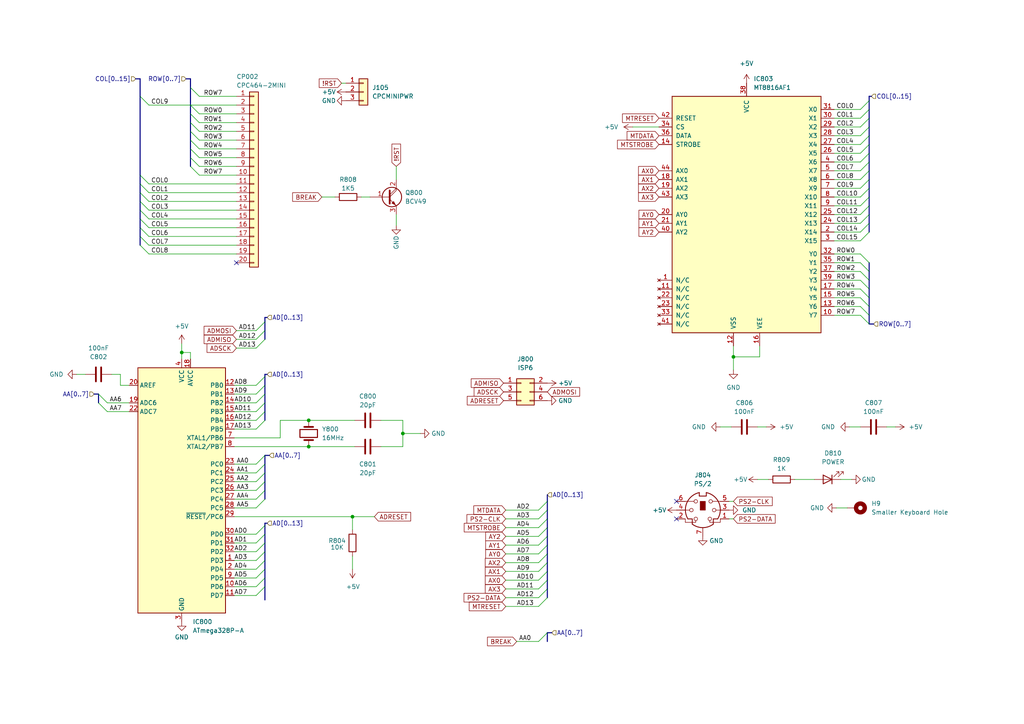
<source format=kicad_sch>
(kicad_sch (version 20211123) (generator eeschema)
  (paper "A4")
  (lib_symbols
    (symbol "Connector_Generic:Conn_01x03" (pin_names (offset 1.016) hide)
      (property "Reference" "J" (at 0 5.08 0))
      (property "Value" "Conn_01x03" (at 0 -5.08 0))
      (symbol "Conn_01x03_1_1"
        (rectangle (start -1.27 -2.413) (end 0 -2.667) (stroke (width 0.1524)))
        (rectangle (start -1.27 0.127) (end 0 -0.127) (stroke (width 0.1524)))
        (rectangle (start -1.27 2.667) (end 0 2.413) (stroke (width 0.1524)))
        (rectangle (start -1.27 3.81) (end 1.27 -3.81) (stroke (width 0.254)) (fill (type background)))
        (pin passive line (at -5.08 2.54 0) (length 3.81) (name "Pin_1") (number "1"))
        (pin passive line (at -5.08 0 0) (length 3.81) (name "Pin_2") (number "2"))
        (pin passive line (at -5.08 -2.54 0) (length 3.81) (name "Pin_3") (number "3"))
      )
    )
    (symbol "Connector_Generic:Conn_01x20" (pin_names (offset 1.016) hide)
      (property "Reference" "J" (at 0 25.4 0))
      (property "Value" "Conn_01x20" (at 0 -27.94 0))
      (symbol "Conn_01x20_1_1"
        (rectangle (start -1.27 -25.273) (end 0 -25.527) (stroke (width 0.1524)))
        (rectangle (start -1.27 -22.733) (end 0 -22.987) (stroke (width 0.1524)))
        (rectangle (start -1.27 -20.193) (end 0 -20.447) (stroke (width 0.1524)))
        (rectangle (start -1.27 -17.653) (end 0 -17.907) (stroke (width 0.1524)))
        (rectangle (start -1.27 -15.113) (end 0 -15.367) (stroke (width 0.1524)))
        (rectangle (start -1.27 -12.573) (end 0 -12.827) (stroke (width 0.1524)))
        (rectangle (start -1.27 -10.033) (end 0 -10.287) (stroke (width 0.1524)))
        (rectangle (start -1.27 -7.493) (end 0 -7.747) (stroke (width 0.1524)))
        (rectangle (start -1.27 -4.953) (end 0 -5.207) (stroke (width 0.1524)))
        (rectangle (start -1.27 -2.413) (end 0 -2.667) (stroke (width 0.1524)))
        (rectangle (start -1.27 0.127) (end 0 -0.127) (stroke (width 0.1524)))
        (rectangle (start -1.27 2.667) (end 0 2.413) (stroke (width 0.1524)))
        (rectangle (start -1.27 5.207) (end 0 4.953) (stroke (width 0.1524)))
        (rectangle (start -1.27 7.747) (end 0 7.493) (stroke (width 0.1524)))
        (rectangle (start -1.27 10.287) (end 0 10.033) (stroke (width 0.1524)))
        (rectangle (start -1.27 12.827) (end 0 12.573) (stroke (width 0.1524)))
        (rectangle (start -1.27 15.367) (end 0 15.113) (stroke (width 0.1524)))
        (rectangle (start -1.27 17.907) (end 0 17.653) (stroke (width 0.1524)))
        (rectangle (start -1.27 20.447) (end 0 20.193) (stroke (width 0.1524)))
        (rectangle (start -1.27 22.987) (end 0 22.733) (stroke (width 0.1524)))
        (rectangle (start -1.27 24.13) (end 1.27 -26.67) (stroke (width 0.254)) (fill (type background)))
        (pin passive line (at -5.08 22.86 0) (length 3.81) (name "Pin_1") (number "1"))
        (pin passive line (at -5.08 0 0) (length 3.81) (name "Pin_10") (number "10"))
        (pin passive line (at -5.08 -2.54 0) (length 3.81) (name "Pin_11") (number "11"))
        (pin passive line (at -5.08 -5.08 0) (length 3.81) (name "Pin_12") (number "12"))
        (pin passive line (at -5.08 -7.62 0) (length 3.81) (name "Pin_13") (number "13"))
        (pin passive line (at -5.08 -10.16 0) (length 3.81) (name "Pin_14") (number "14"))
        (pin passive line (at -5.08 -12.7 0) (length 3.81) (name "Pin_15") (number "15"))
        (pin passive line (at -5.08 -15.24 0) (length 3.81) (name "Pin_16") (number "16"))
        (pin passive line (at -5.08 -17.78 0) (length 3.81) (name "Pin_17") (number "17"))
        (pin passive line (at -5.08 -20.32 0) (length 3.81) (name "Pin_18") (number "18"))
        (pin passive line (at -5.08 -22.86 0) (length 3.81) (name "Pin_19") (number "19"))
        (pin passive line (at -5.08 20.32 0) (length 3.81) (name "Pin_2") (number "2"))
        (pin passive line (at -5.08 -25.4 0) (length 3.81) (name "Pin_20") (number "20"))
        (pin passive line (at -5.08 17.78 0) (length 3.81) (name "Pin_3") (number "3"))
        (pin passive line (at -5.08 15.24 0) (length 3.81) (name "Pin_4") (number "4"))
        (pin passive line (at -5.08 12.7 0) (length 3.81) (name "Pin_5") (number "5"))
        (pin passive line (at -5.08 10.16 0) (length 3.81) (name "Pin_6") (number "6"))
        (pin passive line (at -5.08 7.62 0) (length 3.81) (name "Pin_7") (number "7"))
        (pin passive line (at -5.08 5.08 0) (length 3.81) (name "Pin_8") (number "8"))
        (pin passive line (at -5.08 2.54 0) (length 3.81) (name "Pin_9") (number "9"))
      )
    )
    (symbol "Connector_Generic:Conn_02x03_Odd_Even" (pin_names (offset 1.016) hide)
      (property "Reference" "J" (at 1.27 5.08 0))
      (property "Value" "Conn_02x03_Odd_Even" (at 1.27 -5.08 0))
      (symbol "Conn_02x03_Odd_Even_1_1"
        (rectangle (start -1.27 -2.413) (end 0 -2.667) (stroke (width 0.1524)))
        (rectangle (start -1.27 0.127) (end 0 -0.127) (stroke (width 0.1524)))
        (rectangle (start -1.27 2.667) (end 0 2.413) (stroke (width 0.1524)))
        (rectangle (start -1.27 3.81) (end 3.81 -3.81) (stroke (width 0.254)) (fill (type background)))
        (rectangle (start 3.81 -2.413) (end 2.54 -2.667) (stroke (width 0.1524)))
        (rectangle (start 3.81 0.127) (end 2.54 -0.127) (stroke (width 0.1524)))
        (rectangle (start 3.81 2.667) (end 2.54 2.413) (stroke (width 0.1524)))
        (pin passive line (at -5.08 2.54 0) (length 3.81) (name "Pin_1") (number "1"))
        (pin passive line (at 7.62 2.54 180) (length 3.81) (name "Pin_2") (number "2"))
        (pin passive line (at -5.08 0 0) (length 3.81) (name "Pin_3") (number "3"))
        (pin passive line (at 7.62 0 180) (length 3.81) (name "Pin_4") (number "4"))
        (pin passive line (at -5.08 -2.54 0) (length 3.81) (name "Pin_5") (number "5"))
        (pin passive line (at 7.62 -2.54 180) (length 3.81) (name "Pin_6") (number "6"))
      )
    )
    (symbol "Device:C" (pin_numbers hide) (pin_names (offset 0.254))
      (property "Reference" "C" (at 0.635 2.54 0))
      (property "Value" "C" (at 0.635 -2.54 0))
      (symbol "C_0_1"
        (polyline (pts (xy -2.032 -0.762) (xy 2.032 -0.762)) (stroke (width 0.508)))
        (polyline (pts (xy -2.032 0.762) (xy 2.032 0.762)) (stroke (width 0.508)))
      )
      (symbol "C_1_1"
        (pin passive line (at 0 3.81 270) (length 2.794) (name "~") (number "1"))
        (pin passive line (at 0 -3.81 90) (length 2.794) (name "~") (number "2"))
      )
    )
    (symbol "Device:Crystal" (pin_numbers hide) (pin_names (offset 1.016) hide)
      (property "Reference" "Y" (at 0 3.81 0))
      (property "Value" "Crystal" (at 0 -3.81 0))
      (symbol "Crystal_0_1"
        (rectangle (start -1.143 2.54) (end 1.143 -2.54) (stroke (width 0.3048)))
        (polyline (pts (xy -2.54 0) (xy -1.905 0)))
        (polyline (pts (xy -1.905 -1.27) (xy -1.905 1.27)) (stroke (width 0.508)))
        (polyline (pts (xy 1.905 -1.27) (xy 1.905 1.27)) (stroke (width 0.508)))
        (polyline (pts (xy 2.54 0) (xy 1.905 0)))
      )
      (symbol "Crystal_1_1"
        (pin passive line (at -3.81 0 0) (length 1.27) (name "1") (number "1"))
        (pin passive line (at 3.81 0 180) (length 1.27) (name "2") (number "2"))
      )
    )
    (symbol "Device:LED" (pin_numbers hide) (pin_names (offset 1.016) hide)
      (property "Reference" "D" (at 0 2.54 0))
      (property "Value" "LED" (at 0 -2.54 0))
      (symbol "LED_0_1"
        (polyline (pts (xy -1.27 -1.27) (xy -1.27 1.27)) (stroke (width 0.254)))
        (polyline (pts (xy -1.27 0) (xy 1.27 0)))
        (polyline (pts (xy 1.27 -1.27) (xy 1.27 1.27) (xy -1.27 0) (xy 1.27 -1.27)) (stroke (width 0.254)))
        (polyline (pts (xy -3.048 -0.762) (xy -4.572 -2.286) (xy -3.81 -2.286) (xy -4.572 -2.286) (xy -4.572 -1.524)))
        (polyline (pts (xy -1.778 -0.762) (xy -3.302 -2.286) (xy -2.54 -2.286) (xy -3.302 -2.286) (xy -3.302 -1.524)))
      )
      (symbol "LED_1_1"
        (pin passive line (at -3.81 0 0) (length 2.54) (name "K") (number "1"))
        (pin passive line (at 3.81 0 180) (length 2.54) (name "A") (number "2"))
      )
    )
    (symbol "Device:R" (pin_numbers hide) (pin_names (offset 0))
      (property "Reference" "R" (at 2.032 0 90))
      (property "Value" "R" (at 0 0 90))
      (symbol "R_0_1"
        (rectangle (start -1.016 -2.54) (end 1.016 2.54) (stroke (width 0.254)))
      )
      (symbol "R_1_1"
        (pin passive line (at 0 3.81 270) (length 1.27) (name "~") (number "1"))
        (pin passive line (at 0 -3.81 90) (length 1.27) (name "~") (number "2"))
      )
    )
    (symbol "MCU_Microchip_ATmega:ATmega328P-A"
      (property "Reference" "U" (at -12.7 36.83 0))
      (property "Value" "ATmega328P-A" (at 2.54 -36.83 0))
      (symbol "ATmega328P-A_0_1"
        (rectangle (start -12.7 -35.56) (end 12.7 35.56) (stroke (width 0.254)) (fill (type background)))
      )
      (symbol "ATmega328P-A_1_1"
        (pin bidirectional line (at 15.24 -20.32 180) (length 2.54) (name "PD3") (number "1"))
        (pin bidirectional line (at 15.24 -27.94 180) (length 2.54) (name "PD6") (number "10"))
        (pin bidirectional line (at 15.24 -30.48 180) (length 2.54) (name "PD7") (number "11"))
        (pin bidirectional line (at 15.24 30.48 180) (length 2.54) (name "PB0") (number "12"))
        (pin bidirectional line (at 15.24 27.94 180) (length 2.54) (name "PB1") (number "13"))
        (pin bidirectional line (at 15.24 25.4 180) (length 2.54) (name "PB2") (number "14"))
        (pin bidirectional line (at 15.24 22.86 180) (length 2.54) (name "PB3") (number "15"))
        (pin bidirectional line (at 15.24 20.32 180) (length 2.54) (name "PB4") (number "16"))
        (pin bidirectional line (at 15.24 17.78 180) (length 2.54) (name "PB5") (number "17"))
        (pin power_in line (at 2.54 38.1 270) (length 2.54) (name "AVCC") (number "18"))
        (pin input line (at -15.24 25.4 0) (length 2.54) (name "ADC6") (number "19"))
        (pin bidirectional line (at 15.24 -22.86 180) (length 2.54) (name "PD4") (number "2"))
        (pin passive line (at -15.24 30.48 0) (length 2.54) (name "AREF") (number "20"))
        (pin passive line (at 0 -38.1 90) (length 2.54) hide (name "GND") (number "21"))
        (pin input line (at -15.24 22.86 0) (length 2.54) (name "ADC7") (number "22"))
        (pin bidirectional line (at 15.24 7.62 180) (length 2.54) (name "PC0") (number "23"))
        (pin bidirectional line (at 15.24 5.08 180) (length 2.54) (name "PC1") (number "24"))
        (pin bidirectional line (at 15.24 2.54 180) (length 2.54) (name "PC2") (number "25"))
        (pin bidirectional line (at 15.24 0 180) (length 2.54) (name "PC3") (number "26"))
        (pin bidirectional line (at 15.24 -2.54 180) (length 2.54) (name "PC4") (number "27"))
        (pin bidirectional line (at 15.24 -5.08 180) (length 2.54) (name "PC5") (number "28"))
        (pin bidirectional line (at 15.24 -7.62 180) (length 2.54) (name "~{RESET}/PC6") (number "29"))
        (pin power_in line (at 0 -38.1 90) (length 2.54) (name "GND") (number "3"))
        (pin bidirectional line (at 15.24 -12.7 180) (length 2.54) (name "PD0") (number "30"))
        (pin bidirectional line (at 15.24 -15.24 180) (length 2.54) (name "PD1") (number "31"))
        (pin bidirectional line (at 15.24 -17.78 180) (length 2.54) (name "PD2") (number "32"))
        (pin power_in line (at 0 38.1 270) (length 2.54) (name "VCC") (number "4"))
        (pin passive line (at 0 -38.1 90) (length 2.54) hide (name "GND") (number "5"))
        (pin passive line (at 0 38.1 270) (length 2.54) hide (name "VCC") (number "6"))
        (pin bidirectional line (at 15.24 15.24 180) (length 2.54) (name "XTAL1/PB6") (number "7"))
        (pin bidirectional line (at 15.24 12.7 180) (length 2.54) (name "XTAL2/PB7") (number "8"))
        (pin bidirectional line (at 15.24 -25.4 180) (length 2.54) (name "PD5") (number "9"))
      )
    )
    (symbol "MTKEYBOARD:MT8816AF1" (pin_names (offset 1.016))
      (property "Reference" "U" (at -13.97 35.56 0))
      (property "Value" "MT8816AF1" (at 2.54 35.56 0))
      (symbol "MT8816AF1_0_1"
        (rectangle (start -21.59 34.29) (end 21.59 -34.29) (stroke (width 0.254)) (fill (type background)))
      )
      (symbol "MT8816AF1_1_1"
        (pin no_connect line (at -25.4 -19.05 0) (length 3.81) (name "N/C") (number "1"))
        (pin bidirectional line (at 25.4 -29.21 180) (length 3.81) (name "Y7") (number "10"))
        (pin no_connect line (at -25.4 -21.59 0) (length 3.81) (name "N/C") (number "11"))
        (pin power_in line (at -3.81 -38.1 90) (length 3.81) (name "VSS") (number "12"))
        (pin bidirectional line (at 25.4 -26.67 180) (length 3.81) (name "Y6") (number "13"))
        (pin input line (at -25.4 20.32 0) (length 3.81) (name "STROBE") (number "14"))
        (pin bidirectional line (at 25.4 -24.13 180) (length 3.81) (name "Y5") (number "15"))
        (pin power_in line (at 3.81 -38.1 90) (length 3.81) (name "VEE") (number "16"))
        (pin bidirectional line (at 25.4 -21.59 180) (length 3.81) (name "Y4") (number "17"))
        (pin input line (at -25.4 10.16 0) (length 3.81) (name "AX1") (number "18"))
        (pin input line (at -25.4 7.62 0) (length 3.81) (name "AX2") (number "19"))
        (pin bidirectional line (at 25.4 -5.08 180) (length 3.81) (name "X14") (number "2"))
        (pin input line (at -25.4 0 0) (length 3.81) (name "AY0") (number "20"))
        (pin input line (at -25.4 -2.54 0) (length 3.81) (name "AY1") (number "21"))
        (pin no_connect line (at -25.4 -24.13 0) (length 3.81) (name "N/C") (number "22"))
        (pin no_connect line (at -25.4 -26.67 0) (length 3.81) (name "N/C") (number "23"))
        (pin bidirectional line (at 25.4 -2.54 180) (length 3.81) (name "X13") (number "24"))
        (pin bidirectional line (at 25.4 0 180) (length 3.81) (name "X12") (number "25"))
        (pin bidirectional line (at 25.4 17.78 180) (length 3.81) (name "X5") (number "26"))
        (pin bidirectional line (at 25.4 20.32 180) (length 3.81) (name "X4") (number "27"))
        (pin bidirectional line (at 25.4 22.86 180) (length 3.81) (name "X3") (number "28"))
        (pin bidirectional line (at 25.4 25.4 180) (length 3.81) (name "X2") (number "29"))
        (pin bidirectional line (at 25.4 -7.62 180) (length 3.81) (name "X15") (number "3"))
        (pin bidirectional line (at 25.4 27.94 180) (length 3.81) (name "X1") (number "30"))
        (pin bidirectional line (at 25.4 30.48 180) (length 3.81) (name "X0") (number "31"))
        (pin bidirectional line (at 25.4 -11.43 180) (length 3.81) (name "Y0") (number "32"))
        (pin no_connect line (at -25.4 -29.21 0) (length 3.81) (name "N/C") (number "33"))
        (pin input line (at -25.4 25.4 0) (length 3.81) (name "CS") (number "34"))
        (pin bidirectional line (at 25.4 -13.97 180) (length 3.81) (name "Y1") (number "35"))
        (pin input line (at -25.4 22.86 0) (length 3.81) (name "DATA") (number "36"))
        (pin bidirectional line (at 25.4 -16.51 180) (length 3.81) (name "Y2") (number "37"))
        (pin power_in line (at 0 38.1 270) (length 3.81) (name "VCC") (number "38"))
        (pin bidirectional line (at 25.4 -19.05 180) (length 3.81) (name "Y3") (number "39"))
        (pin bidirectional line (at 25.4 15.24 180) (length 3.81) (name "X6") (number "4"))
        (pin input line (at -25.4 -5.08 0) (length 3.81) (name "AY2") (number "40"))
        (pin no_connect line (at -25.4 -31.75 0) (length 3.81) (name "N/C") (number "41"))
        (pin input line (at -25.4 27.94 0) (length 3.81) (name "RESET") (number "42"))
        (pin input line (at -25.4 5.08 0) (length 3.81) (name "AX3") (number "43"))
        (pin input line (at -25.4 12.7 0) (length 3.81) (name "AX0") (number "44"))
        (pin bidirectional line (at 25.4 12.7 180) (length 3.81) (name "X7") (number "5"))
        (pin bidirectional line (at 25.4 10.16 180) (length 3.81) (name "X8") (number "6"))
        (pin bidirectional line (at 25.4 7.62 180) (length 3.81) (name "X9") (number "7"))
        (pin bidirectional line (at 25.4 5.08 180) (length 3.81) (name "X10") (number "8"))
        (pin bidirectional line (at 25.4 2.54 180) (length 3.81) (name "X11") (number "9"))
      )
    )
    (symbol "MTKEYBOARD:Mini-DIN-6" (pin_names (offset 1.016))
      (property "Reference" "J**" (at 0.0177 10.16 0))
      (property "Value" "Mini-DIN-6" (at 0.0177 7.62 0))
      (symbol "Mini-DIN-6_0_1"
        (circle (center -3.302 0) (radius 0.508))
        (arc (start -3.048 -4.064) (mid 0 -5.08) (end 3.048 -4.064) (stroke (width 0.254)))
        (circle (center -2.032 -2.54) (radius 0.508))
        (circle (center -2.032 2.54) (radius 0.508))
        (arc (start -1.016 5.08) (mid -4.6243 2.1182) (end -4.318 -2.54) (stroke (width 0.254)))
        (rectangle (start -0.762 2.54) (end 0.762 0) (fill (type outline)))
        (polyline (pts (xy -3.81 0) (xy -5.08 0)))
        (polyline (pts (xy -2.54 2.54) (xy -5.08 2.54)))
        (polyline (pts (xy 2.794 2.54) (xy 5.08 2.54)))
        (polyline (pts (xy 5.08 0) (xy 3.81 0)))
        (polyline (pts (xy -4.318 -2.54) (xy -3.048 -2.54) (xy -3.048 -4.064)) (stroke (width 0.254)))
        (polyline (pts (xy 4.318 -2.54) (xy 3.048 -2.54) (xy 3.048 -4.064)) (stroke (width 0.254)))
        (polyline (pts (xy -2.032 -3.048) (xy -2.032 -3.556) (xy -5.08 -3.556) (xy -5.08 -2.54)))
        (polyline (pts (xy -1.016 5.08) (xy -1.016 4.064) (xy 1.016 4.064) (xy 1.016 5.08)) (stroke (width 0.254)))
        (polyline (pts (xy 2.032 -3.048) (xy 2.032 -3.556) (xy 5.08 -3.556) (xy 5.08 -2.54)))
        (circle (center 2.032 -2.54) (radius 0.508))
        (circle (center 2.286 2.54) (radius 0.508))
        (circle (center 3.302 0) (radius 0.508))
        (arc (start 4.318 -2.54) (mid 4.6646 2.1357) (end 1.016 5.08) (stroke (width 0.254)))
      )
      (symbol "Mini-DIN-6_1_1"
        (pin passive line (at 7.62 -2.54 180) (length 2.54) (name "~") (number "1"))
        (pin passive line (at -7.62 -2.54 0) (length 2.54) (name "~") (number "2"))
        (pin passive line (at 7.62 0 180) (length 2.54) (name "~") (number "3"))
        (pin passive line (at -7.62 0 0) (length 2.54) (name "~") (number "4"))
        (pin passive line (at 7.62 2.54 180) (length 2.54) (name "~") (number "5"))
        (pin passive line (at -7.62 2.54 0) (length 2.54) (name "~") (number "6"))
        (pin passive line (at 0 -7.62 90) (length 2.54) (name "~") (number "7"))
      )
    )
    (symbol "Mechanical:MountingHole_Pad" (pin_numbers hide) (pin_names (offset 1.016) hide)
      (property "Reference" "H" (at 0 6.35 0))
      (property "Value" "MountingHole_Pad" (at 0 4.445 0))
      (symbol "MountingHole_Pad_0_1"
        (circle (center 0 1.27) (radius 1.27) (stroke (width 1.27)))
      )
      (symbol "MountingHole_Pad_1_1"
        (pin input line (at 0 -2.54 90) (length 2.54) (name "1") (number "1"))
      )
    )
    (symbol "Transistor_BJT:BCV49" (pin_names (offset 0) hide)
      (property "Reference" "Q" (at 4.572 1.27 0))
      (property "Value" "BCV49" (at 4.572 -1.27 0))
      (symbol "BCV49_0_1"
        (polyline (pts (xy 0.635 0.635) (xy 2.54 2.54)))
        (polyline (pts (xy 0.635 -0.635) (xy 2.54 -2.54) (xy 2.54 -2.54)))
        (polyline (pts (xy 0.635 0) (xy 2.54 1.905) (xy 2.54 2.54)))
        (polyline (pts (xy 0.635 1.905) (xy 0.635 -1.905) (xy 0.635 -1.905)) (stroke (width 0.508)))
        (polyline (pts (xy 1.27 -1.778) (xy 1.778 -1.27) (xy 2.286 -2.286) (xy 1.27 -1.778) (xy 1.27 -1.778)) (fill (type outline)))
        (circle (center 1.27 0) (radius 2.8194) (stroke (width 0.254)))
      )
      (symbol "BCV49_1_1"
        (pin input line (at -5.08 0 0) (length 5.715) (name "B") (number "1"))
        (pin passive line (at 2.54 5.08 270) (length 2.54) (name "C") (number "2"))
        (pin passive line (at 2.54 -5.08 90) (length 2.54) (name "E") (number "3"))
      )
    )
    (symbol "power:+5V" (power) (pin_names (offset 0))
      (property "Value" "+5V" (at 0 3.556 0))
      (symbol "+5V_0_1"
        (polyline (pts (xy -0.762 1.27) (xy 0 2.54)))
        (polyline (pts (xy 0 0) (xy 0 2.54)))
        (polyline (pts (xy 0 2.54) (xy 0.762 1.27)))
      )
      (symbol "+5V_1_1"
        (pin power_in line (at 0 0 90) (length 0) hide (name "+5V") (number "1"))
      )
    )
    (symbol "power:GND" (power) (pin_names (offset 0))
      (property "Value" "GND" (at 0 -3.81 0))
      (symbol "GND_0_1"
        (polyline (pts (xy 0 0) (xy 0 -1.27) (xy 1.27 -1.27) (xy 0 -2.54) (xy -1.27 -1.27) (xy 0 -1.27)))
      )
      (symbol "GND_1_1"
        (pin power_in line (at 0 0 270) (length 0) hide (name "GND") (number "1"))
      )
    )
  )
  (junction (at 89.535 129.54))
  (junction (at 52.705 102.235))
  (junction (at 212.725 103.505))
  (junction (at 89.535 121.92))
  (junction (at 116.84 125.73))
  (junction (at 102.235 149.86))
  (no_connect (at 196.215 145.415))
  (no_connect (at 196.215 150.495))
  (no_connect (at 68.58 76.2))
  (bus_entry (at 74.295 95.885) (size 2.54 -2.54))
  (bus_entry (at 74.295 144.78) (size 2.54 -2.54))
  (bus_entry (at 74.295 111.76) (size 2.54 -2.54))
  (bus_entry (at 249.555 91.44) (size 2.54 2.54))
  (bus_entry (at 249.555 44.45) (size 2.54 -2.54))
  (bus_entry (at 249.555 73.66) (size 2.54 2.54))
  (bus_entry (at 74.295 139.7) (size 2.54 -2.54))
  (bus_entry (at 40.64 68.58) (size 2.54 2.54))
  (bus_entry (at 156.21 150.495) (size 2.54 -2.54))
  (bus_entry (at 249.555 83.82) (size 2.54 2.54))
  (bus_entry (at 249.555 41.91) (size 2.54 -2.54))
  (bus_entry (at 249.555 54.61) (size 2.54 -2.54))
  (bus_entry (at 249.555 49.53) (size 2.54 -2.54))
  (bus_entry (at 74.295 147.32) (size 2.54 -2.54))
  (bus_entry (at 55.245 35.56) (size 2.54 2.54))
  (bus_entry (at 249.555 81.28) (size 2.54 2.54))
  (bus_entry (at 74.295 167.64) (size 2.54 -2.54))
  (bus_entry (at 74.295 165.1) (size 2.54 -2.54))
  (bus_entry (at 249.555 31.75) (size 2.54 -2.54))
  (bus_entry (at 156.21 186.055) (size 2.54 -2.54))
  (bus_entry (at 156.21 147.955) (size 2.54 -2.54))
  (bus_entry (at 249.555 67.31) (size 2.54 -2.54))
  (bus_entry (at 74.295 119.38) (size 2.54 -2.54))
  (bus_entry (at 74.295 172.72) (size 2.54 -2.54))
  (bus_entry (at 55.245 30.48) (size 2.54 2.54))
  (bus_entry (at 156.21 168.275) (size 2.54 -2.54))
  (bus_entry (at 74.295 162.56) (size 2.54 -2.54))
  (bus_entry (at 249.555 34.29) (size 2.54 -2.54))
  (bus_entry (at 40.64 66.04) (size 2.54 2.54))
  (bus_entry (at 55.245 45.72) (size 2.54 2.54))
  (bus_entry (at 156.21 155.575) (size 2.54 -2.54))
  (bus_entry (at 249.555 86.36) (size 2.54 2.54))
  (bus_entry (at 156.21 160.655) (size 2.54 -2.54))
  (bus_entry (at 249.555 62.23) (size 2.54 -2.54))
  (bus_entry (at 249.555 52.07) (size 2.54 -2.54))
  (bus_entry (at 55.245 48.26) (size 2.54 2.54))
  (bus_entry (at 40.64 58.42) (size 2.54 2.54))
  (bus_entry (at 249.555 59.69) (size 2.54 -2.54))
  (bus_entry (at 156.21 158.115) (size 2.54 -2.54))
  (bus_entry (at 74.295 160.02) (size 2.54 -2.54))
  (bus_entry (at 74.295 121.92) (size 2.54 -2.54))
  (bus_entry (at 40.64 55.88) (size 2.54 2.54))
  (bus_entry (at 74.295 116.84) (size 2.54 -2.54))
  (bus_entry (at 55.245 38.1) (size 2.54 2.54))
  (bus_entry (at 249.555 88.9) (size 2.54 2.54))
  (bus_entry (at 74.295 98.425) (size 2.54 -2.54))
  (bus_entry (at 40.64 27.94) (size 2.54 2.54))
  (bus_entry (at 55.245 40.64) (size 2.54 2.54))
  (bus_entry (at 249.555 76.2) (size 2.54 2.54))
  (bus_entry (at 249.555 46.99) (size 2.54 -2.54))
  (bus_entry (at 156.21 165.735) (size 2.54 -2.54))
  (bus_entry (at 249.555 64.77) (size 2.54 -2.54))
  (bus_entry (at 40.64 71.12) (size 2.54 2.54))
  (bus_entry (at 55.245 25.4) (size 2.54 2.54))
  (bus_entry (at 40.64 63.5) (size 2.54 2.54))
  (bus_entry (at 40.64 53.34) (size 2.54 2.54))
  (bus_entry (at 31.115 116.84) (size -2.54 -2.54))
  (bus_entry (at 55.245 43.18) (size 2.54 2.54))
  (bus_entry (at 74.295 157.48) (size 2.54 -2.54))
  (bus_entry (at 74.295 134.62) (size 2.54 -2.54))
  (bus_entry (at 40.64 50.8) (size 2.54 2.54))
  (bus_entry (at 156.21 153.035) (size 2.54 -2.54))
  (bus_entry (at 40.64 60.96) (size 2.54 2.54))
  (bus_entry (at 74.295 100.965) (size 2.54 -2.54))
  (bus_entry (at 74.295 170.18) (size 2.54 -2.54))
  (bus_entry (at 249.555 36.83) (size 2.54 -2.54))
  (bus_entry (at 74.295 142.24) (size 2.54 -2.54))
  (bus_entry (at 156.21 173.355) (size 2.54 -2.54))
  (bus_entry (at 55.245 33.02) (size 2.54 2.54))
  (bus_entry (at 249.555 69.85) (size 2.54 -2.54))
  (bus_entry (at 156.21 163.195) (size 2.54 -2.54))
  (bus_entry (at 156.21 170.815) (size 2.54 -2.54))
  (bus_entry (at 74.295 154.94) (size 2.54 -2.54))
  (bus_entry (at 249.555 57.15) (size 2.54 -2.54))
  (bus_entry (at 74.295 124.46) (size 2.54 -2.54))
  (bus_entry (at 249.555 39.37) (size 2.54 -2.54))
  (bus_entry (at 31.115 119.38) (size -2.54 -2.54))
  (bus_entry (at 74.295 114.3) (size 2.54 -2.54))
  (bus_entry (at 74.295 137.16) (size 2.54 -2.54))
  (bus_entry (at 156.21 175.895) (size 2.54 -2.54))
  (bus_entry (at 249.555 78.74) (size 2.54 2.54))
  (bus (pts (xy 40.64 58.42) (xy 40.64 60.96)))
  (bus (pts (xy 40.64 68.58) (xy 40.64 71.12)))
  (bus (pts (xy 158.75 170.815) (xy 158.75 173.355)))
  (bus (pts (xy 158.75 163.195) (xy 158.75 165.735)))
  (wire (pts (xy 212.725 103.505) (xy 220.345 103.505)))
  (wire (pts (xy 110.49 129.54) (xy 116.84 129.54)))
  (wire (pts (xy 114.935 48.26) (xy 114.935 52.07)))
  (wire (pts (xy 67.945 124.46) (xy 74.295 124.46)))
  (bus (pts (xy 252.095 76.2) (xy 252.095 78.74)))
  (wire (pts (xy 43.18 58.42) (xy 68.58 58.42)))
  (bus (pts (xy 76.835 134.62) (xy 76.835 137.16)))
  (wire (pts (xy 67.945 119.38) (xy 74.295 119.38)))
  (bus (pts (xy 76.835 111.76) (xy 76.835 114.3)))
  (bus (pts (xy 76.835 170.18) (xy 76.835 173.99)))
  (bus (pts (xy 55.245 35.56) (xy 55.245 38.1)))
  (wire (pts (xy 55.245 102.235) (xy 52.705 102.235)))
  (bus (pts (xy 28.575 114.3) (xy 28.575 116.84)))
  (bus (pts (xy 77.47 108.585) (xy 76.835 108.585)))
  (bus (pts (xy 40.64 27.94) (xy 40.64 50.8)))
  (wire (pts (xy 230.505 139.065) (xy 236.22 139.065)))
  (bus (pts (xy 252.095 57.15) (xy 252.095 59.69)))
  (wire (pts (xy 68.58 95.885) (xy 74.295 95.885)))
  (wire (pts (xy 146.685 163.195) (xy 156.21 163.195)))
  (wire (pts (xy 67.945 162.56) (xy 74.295 162.56)))
  (bus (pts (xy 158.75 183.515) (xy 158.75 186.055)))
  (wire (pts (xy 67.945 142.24) (xy 74.295 142.24)))
  (wire (pts (xy 146.685 155.575) (xy 156.21 155.575)))
  (wire (pts (xy 146.685 158.115) (xy 156.21 158.115)))
  (wire (pts (xy 146.685 173.355) (xy 156.21 173.355)))
  (bus (pts (xy 76.835 119.38) (xy 76.835 121.92)))
  (wire (pts (xy 67.945 157.48) (xy 74.295 157.48)))
  (bus (pts (xy 158.75 183.515) (xy 160.02 183.515)))
  (bus (pts (xy 76.835 93.345) (xy 76.835 95.885)))
  (bus (pts (xy 78.105 132.08) (xy 76.835 132.08)))
  (wire (pts (xy 241.935 59.69) (xy 249.555 59.69)))
  (wire (pts (xy 241.935 41.91) (xy 249.555 41.91)))
  (wire (pts (xy 43.18 63.5) (xy 68.58 63.5)))
  (wire (pts (xy 241.935 88.9) (xy 249.555 88.9)))
  (bus (pts (xy 252.095 83.82) (xy 252.095 86.36)))
  (bus (pts (xy 252.095 29.21) (xy 252.095 31.75)))
  (wire (pts (xy 67.945 147.32) (xy 74.295 147.32)))
  (wire (pts (xy 93.345 57.15) (xy 97.155 57.15)))
  (wire (pts (xy 67.945 144.78) (xy 74.295 144.78)))
  (wire (pts (xy 241.935 67.31) (xy 249.555 67.31)))
  (bus (pts (xy 252.095 88.9) (xy 252.095 91.44)))
  (bus (pts (xy 53.975 22.86) (xy 55.245 22.86)))
  (wire (pts (xy 89.535 121.92) (xy 102.87 121.92)))
  (bus (pts (xy 76.835 162.56) (xy 76.835 165.1)))
  (wire (pts (xy 34.925 111.76) (xy 37.465 111.76)))
  (wire (pts (xy 116.84 125.73) (xy 121.92 125.73)))
  (bus (pts (xy 76.835 92.075) (xy 76.835 93.345)))
  (wire (pts (xy 67.945 139.7) (xy 74.295 139.7)))
  (wire (pts (xy 57.785 48.26) (xy 68.58 48.26)))
  (wire (pts (xy 146.685 175.895) (xy 156.21 175.895)))
  (bus (pts (xy 158.75 160.655) (xy 158.75 163.195)))
  (wire (pts (xy 67.945 127) (xy 81.28 127)))
  (bus (pts (xy 158.75 168.275) (xy 158.75 170.815)))
  (bus (pts (xy 76.835 108.585) (xy 76.835 109.22)))
  (wire (pts (xy 99.06 24.13) (xy 100.33 24.13)))
  (wire (pts (xy 67.945 165.1) (xy 74.295 165.1)))
  (wire (pts (xy 43.18 71.12) (xy 68.58 71.12)))
  (wire (pts (xy 57.785 40.64) (xy 68.58 40.64)))
  (bus (pts (xy 55.245 43.18) (xy 55.245 45.72)))
  (wire (pts (xy 57.785 43.18) (xy 68.58 43.18)))
  (wire (pts (xy 241.935 39.37) (xy 249.555 39.37)))
  (wire (pts (xy 146.685 165.735) (xy 156.21 165.735)))
  (bus (pts (xy 252.095 49.53) (xy 252.095 52.07)))
  (bus (pts (xy 76.835 109.22) (xy 76.835 111.76)))
  (bus (pts (xy 158.75 153.035) (xy 158.75 155.575)))
  (wire (pts (xy 67.945 149.86) (xy 102.235 149.86)))
  (bus (pts (xy 252.095 39.37) (xy 252.095 41.91)))
  (bus (pts (xy 158.75 155.575) (xy 158.75 158.115)))
  (bus (pts (xy 55.245 40.64) (xy 55.245 43.18)))
  (bus (pts (xy 252.095 41.91) (xy 252.095 44.45)))
  (wire (pts (xy 149.86 186.055) (xy 156.21 186.055)))
  (wire (pts (xy 57.785 45.72) (xy 68.58 45.72)))
  (bus (pts (xy 40.64 63.5) (xy 40.64 66.04)))
  (bus (pts (xy 252.095 52.07) (xy 252.095 54.61)))
  (wire (pts (xy 241.935 36.83) (xy 249.555 36.83)))
  (wire (pts (xy 43.18 30.48) (xy 55.245 30.48)))
  (bus (pts (xy 77.47 92.075) (xy 76.835 92.075)))
  (wire (pts (xy 146.685 150.495) (xy 156.21 150.495)))
  (wire (pts (xy 52.705 102.235) (xy 52.705 104.14)))
  (wire (pts (xy 67.945 111.76) (xy 74.295 111.76)))
  (bus (pts (xy 76.835 154.94) (xy 76.835 157.48)))
  (bus (pts (xy 76.835 114.3) (xy 76.835 116.84)))
  (wire (pts (xy 241.935 91.44) (xy 249.555 91.44)))
  (bus (pts (xy 55.245 33.02) (xy 55.245 35.56)))
  (bus (pts (xy 40.64 22.86) (xy 40.64 27.94)))
  (bus (pts (xy 76.835 95.885) (xy 76.835 98.425)))
  (bus (pts (xy 55.245 30.48) (xy 55.245 33.02)))
  (wire (pts (xy 89.535 129.54) (xy 102.87 129.54)))
  (wire (pts (xy 57.785 35.56) (xy 68.58 35.56)))
  (bus (pts (xy 76.835 157.48) (xy 76.835 160.02)))
  (wire (pts (xy 104.775 57.15) (xy 107.315 57.15)))
  (bus (pts (xy 252.095 91.44) (xy 252.095 93.98)))
  (wire (pts (xy 241.935 86.36) (xy 249.555 86.36)))
  (bus (pts (xy 40.64 55.88) (xy 40.64 58.42)))
  (wire (pts (xy 52.705 102.235) (xy 52.705 99.695)))
  (wire (pts (xy 57.785 38.1) (xy 68.58 38.1)))
  (wire (pts (xy 43.18 53.34) (xy 68.58 53.34)))
  (wire (pts (xy 67.945 121.92) (xy 74.295 121.92)))
  (bus (pts (xy 76.835 167.64) (xy 76.835 170.18)))
  (wire (pts (xy 43.18 73.66) (xy 68.58 73.66)))
  (wire (pts (xy 241.935 49.53) (xy 249.555 49.53)))
  (wire (pts (xy 243.84 139.065) (xy 247.015 139.065)))
  (wire (pts (xy 212.725 100.33) (xy 212.725 103.505)))
  (wire (pts (xy 208.915 123.825) (xy 212.09 123.825)))
  (wire (pts (xy 241.935 81.28) (xy 249.555 81.28)))
  (bus (pts (xy 158.75 165.735) (xy 158.75 168.275)))
  (wire (pts (xy 67.945 116.84) (xy 74.295 116.84)))
  (bus (pts (xy 76.835 139.7) (xy 76.835 142.24)))
  (wire (pts (xy 116.84 129.54) (xy 116.84 125.73)))
  (wire (pts (xy 241.935 69.85) (xy 249.555 69.85)))
  (bus (pts (xy 252.095 78.74) (xy 252.095 81.28)))
  (wire (pts (xy 241.935 73.66) (xy 249.555 73.66)))
  (wire (pts (xy 242.57 147.32) (xy 245.745 147.32)))
  (wire (pts (xy 146.685 160.655) (xy 156.21 160.655)))
  (wire (pts (xy 68.58 98.425) (xy 74.295 98.425)))
  (bus (pts (xy 252.095 62.23) (xy 252.095 64.77)))
  (bus (pts (xy 55.245 45.72) (xy 55.245 48.26)))
  (wire (pts (xy 241.935 31.75) (xy 249.555 31.75)))
  (wire (pts (xy 241.935 54.61) (xy 249.555 54.61)))
  (wire (pts (xy 67.945 170.18) (xy 74.295 170.18)))
  (wire (pts (xy 37.465 116.84) (xy 31.115 116.84)))
  (wire (pts (xy 212.725 150.495) (xy 211.455 150.495)))
  (bus (pts (xy 158.75 145.415) (xy 158.75 147.955)))
  (bus (pts (xy 76.835 160.02) (xy 76.835 162.56)))
  (wire (pts (xy 146.685 168.275) (xy 156.21 168.275)))
  (wire (pts (xy 220.345 103.505) (xy 220.345 100.33)))
  (bus (pts (xy 158.75 147.955) (xy 158.75 150.495)))
  (wire (pts (xy 67.945 172.72) (xy 74.295 172.72)))
  (bus (pts (xy 252.095 81.28) (xy 252.095 83.82)))
  (wire (pts (xy 102.235 161.29) (xy 102.235 165.1)))
  (bus (pts (xy 40.64 66.04) (xy 40.64 68.58)))
  (wire (pts (xy 241.935 76.2) (xy 249.555 76.2)))
  (wire (pts (xy 114.935 62.23) (xy 114.935 65.405)))
  (wire (pts (xy 67.945 137.16) (xy 74.295 137.16)))
  (wire (pts (xy 241.935 57.15) (xy 249.555 57.15)))
  (bus (pts (xy 252.095 86.36) (xy 252.095 88.9)))
  (wire (pts (xy 110.49 121.92) (xy 116.84 121.92)))
  (bus (pts (xy 76.835 151.765) (xy 76.835 152.4)))
  (wire (pts (xy 57.785 33.02) (xy 68.58 33.02)))
  (wire (pts (xy 34.925 108.585) (xy 34.925 111.76)))
  (wire (pts (xy 43.18 60.96) (xy 68.58 60.96)))
  (wire (pts (xy 55.245 104.14) (xy 55.245 102.235)))
  (wire (pts (xy 67.945 129.54) (xy 89.535 129.54)))
  (bus (pts (xy 252.73 27.94) (xy 252.095 27.94)))
  (bus (pts (xy 252.095 27.94) (xy 252.095 29.21)))
  (bus (pts (xy 55.245 22.86) (xy 55.245 25.4)))
  (bus (pts (xy 77.47 151.765) (xy 76.835 151.765)))
  (wire (pts (xy 102.235 149.86) (xy 102.235 153.67)))
  (bus (pts (xy 40.64 53.34) (xy 40.64 55.88)))
  (wire (pts (xy 67.945 154.94) (xy 74.295 154.94)))
  (bus (pts (xy 252.095 44.45) (xy 252.095 46.99)))
  (bus (pts (xy 253.365 93.98) (xy 252.095 93.98)))
  (bus (pts (xy 76.835 152.4) (xy 76.835 154.94)))
  (wire (pts (xy 241.935 34.29) (xy 249.555 34.29)))
  (bus (pts (xy 158.75 158.115) (xy 158.75 160.655)))
  (wire (pts (xy 212.725 145.415) (xy 211.455 145.415)))
  (bus (pts (xy 252.095 54.61) (xy 252.095 57.15)))
  (bus (pts (xy 40.64 60.96) (xy 40.64 63.5)))
  (wire (pts (xy 55.245 30.48) (xy 68.58 30.48)))
  (wire (pts (xy 37.465 119.38) (xy 31.115 119.38)))
  (wire (pts (xy 32.385 108.585) (xy 34.925 108.585)))
  (bus (pts (xy 40.64 50.8) (xy 40.64 53.34)))
  (wire (pts (xy 43.18 68.58) (xy 68.58 68.58)))
  (bus (pts (xy 158.75 150.495) (xy 158.75 153.035)))
  (wire (pts (xy 146.685 153.035) (xy 156.21 153.035)))
  (bus (pts (xy 252.095 34.29) (xy 252.095 36.83)))
  (wire (pts (xy 241.935 83.82) (xy 249.555 83.82)))
  (wire (pts (xy 57.785 27.94) (xy 68.58 27.94)))
  (wire (pts (xy 67.945 134.62) (xy 74.295 134.62)))
  (bus (pts (xy 252.095 46.99) (xy 252.095 49.53)))
  (bus (pts (xy 76.835 137.16) (xy 76.835 139.7)))
  (wire (pts (xy 146.685 170.815) (xy 156.21 170.815)))
  (wire (pts (xy 241.935 52.07) (xy 249.555 52.07)))
  (bus (pts (xy 252.095 31.75) (xy 252.095 34.29)))
  (wire (pts (xy 67.945 167.64) (xy 74.295 167.64)))
  (wire (pts (xy 183.515 36.83) (xy 191.135 36.83)))
  (bus (pts (xy 55.245 25.4) (xy 55.245 30.48)))
  (wire (pts (xy 241.935 78.74) (xy 249.555 78.74)))
  (bus (pts (xy 39.37 22.86) (xy 40.64 22.86)))
  (bus (pts (xy 27.305 114.3) (xy 28.575 114.3)))
  (wire (pts (xy 43.18 55.88) (xy 68.58 55.88)))
  (wire (pts (xy 222.885 139.065) (xy 219.71 139.065)))
  (bus (pts (xy 252.095 59.69) (xy 252.095 62.23)))
  (bus (pts (xy 252.095 64.77) (xy 252.095 67.31)))
  (bus (pts (xy 76.835 142.24) (xy 76.835 144.78)))
  (bus (pts (xy 158.75 143.51) (xy 158.75 145.415)))
  (wire (pts (xy 241.935 64.77) (xy 249.555 64.77)))
  (wire (pts (xy 241.935 62.23) (xy 249.555 62.23)))
  (wire (pts (xy 43.18 66.04) (xy 68.58 66.04)))
  (wire (pts (xy 219.71 123.825) (xy 222.25 123.825)))
  (wire (pts (xy 257.175 123.825) (xy 259.715 123.825)))
  (wire (pts (xy 146.685 147.955) (xy 156.21 147.955)))
  (wire (pts (xy 241.935 44.45) (xy 249.555 44.45)))
  (bus (pts (xy 76.835 165.1) (xy 76.835 167.64)))
  (wire (pts (xy 81.28 127) (xy 81.28 121.92)))
  (wire (pts (xy 22.225 108.585) (xy 24.765 108.585)))
  (bus (pts (xy 55.245 38.1) (xy 55.245 40.64)))
  (wire (pts (xy 57.785 50.8) (xy 68.58 50.8)))
  (wire (pts (xy 241.935 46.99) (xy 249.555 46.99)))
  (wire (pts (xy 67.945 160.02) (xy 74.295 160.02)))
  (bus (pts (xy 76.835 116.84) (xy 76.835 119.38)))
  (wire (pts (xy 212.725 107.315) (xy 212.725 103.505)))
  (bus (pts (xy 252.095 36.83) (xy 252.095 39.37)))
  (wire (pts (xy 116.84 121.92) (xy 116.84 125.73)))
  (wire (pts (xy 246.38 123.825) (xy 249.555 123.825)))
  (wire (pts (xy 81.28 121.92) (xy 89.535 121.92)))
  (wire (pts (xy 68.58 100.965) (xy 74.295 100.965)))
  (wire (pts (xy 67.945 114.3) (xy 74.295 114.3)))
  (bus (pts (xy 76.835 132.08) (xy 76.835 134.62)))
  (wire (pts (xy 102.235 149.86) (xy 108.585 149.86)))
  (label "ROW1" (at 59.055 35.56 0))
  (label "AD2" (at 149.86 147.955 0))
  (label "AD12" (at 149.86 173.355 0))
  (label "ROW0" (at 59.055 33.02 0))
  (label "ROW7" (at 59.055 50.8 0))
  (label "ROW7" (at 59.055 27.94 0))
  (label "AD5" (at 149.86 155.575 0))
  (label "AD12" (at 67.945 121.92 0))
  (label "AA0" (at 150.495 186.055 0))
  (label "COL4" (at 43.815 63.5 0))
  (label "ROW7" (at 242.57 91.44 0))
  (label "ROW3" (at 59.055 40.64 0))
  (label "AD13" (at 67.945 124.46 0))
  (label "AD2" (at 67.945 160.02 0))
  (label "AD4" (at 149.86 153.035 0))
  (label "AA0" (at 68.58 134.62 0))
  (label "COL9" (at 43.815 30.48 0))
  (label "COL13" (at 242.57 64.77 0))
  (label "COL6" (at 242.57 46.99 0))
  (label "AA7" (at 31.75 119.38 0))
  (label "AD9" (at 149.86 165.735 0))
  (label "AD6" (at 67.945 170.18 0))
  (label "AD6" (at 149.86 158.115 0))
  (label "ROW0" (at 242.57 73.66 0))
  (label "COL5" (at 43.815 66.04 0))
  (label "AA5" (at 68.58 147.32 0))
  (label "ROW4" (at 59.055 43.18 0))
  (label "AD4" (at 67.945 165.1 0))
  (label "COL9" (at 242.57 54.61 0))
  (label "COL0" (at 43.815 53.34 0))
  (label "AD10" (at 149.86 168.275 0))
  (label "COL12" (at 242.57 62.23 0))
  (label "AA6" (at 31.75 116.84 0))
  (label "AA2" (at 68.58 139.7 0))
  (label "COL3" (at 242.57 39.37 0))
  (label "ROW6" (at 59.055 48.26 0))
  (label "COL6" (at 43.815 68.58 0))
  (label "AD3" (at 149.86 150.495 0))
  (label "COL8" (at 242.57 52.07 0))
  (label "COL2" (at 43.815 58.42 0))
  (label "AD5" (at 67.945 167.64 0))
  (label "AD11" (at 69.215 95.885 0))
  (label "COL3" (at 43.815 60.96 0))
  (label "AA1" (at 68.58 137.16 0))
  (label "COL11" (at 242.57 59.69 0))
  (label "COL2" (at 242.57 36.83 0))
  (label "AD3" (at 67.945 162.56 0))
  (label "AD7" (at 67.945 172.72 0))
  (label "COL15" (at 242.57 69.85 0))
  (label "COL0" (at 242.57 31.75 0))
  (label "AD8" (at 149.86 163.195 0))
  (label "COL10" (at 242.57 57.15 0))
  (label "COL14" (at 242.57 67.31 0))
  (label "AD12" (at 69.215 98.425 0))
  (label "AD9" (at 67.945 114.3 0))
  (label "COL4" (at 242.57 41.91 0))
  (label "ROW2" (at 59.055 38.1 0))
  (label "ROW4" (at 242.57 83.82 0))
  (label "COL8" (at 43.815 73.66 0))
  (label "ROW1" (at 242.57 76.2 0))
  (label "COL1" (at 242.57 34.29 0))
  (label "AA3" (at 68.58 142.24 0))
  (label "ROW3" (at 242.57 81.28 0))
  (label "ROW6" (at 242.57 88.9 0))
  (label "ROW2" (at 242.57 78.74 0))
  (label "ROW5" (at 59.055 45.72 0))
  (label "AD8" (at 67.945 111.76 0))
  (label "AD13" (at 149.86 175.895 0))
  (label "AD11" (at 149.86 170.815 0))
  (label "AD0" (at 67.945 154.94 0))
  (label "ROW5" (at 242.57 86.36 0))
  (label "AD1" (at 67.945 157.48 0))
  (label "AA4" (at 68.58 144.78 0))
  (label "AD11" (at 67.945 119.38 0))
  (label "COL1" (at 43.815 55.88 0))
  (label "COL5" (at 242.57 44.45 0))
  (label "AD10" (at 67.945 116.84 0))
  (label "COL7" (at 43.815 71.12 0))
  (label "AD7" (at 149.86 160.655 0))
  (label "COL7" (at 242.57 49.53 0))
  (label "AD13" (at 69.215 100.965 0))
  (global_label "MTDATA" (shape input) (at 191.135 39.37 180) (property "Intersheet References" "${INTERSHEET_REFS}" (effects hide)))
  (global_label "ADRESET" (shape input) (at 108.585 149.86 0) (property "Intersheet References" "${INTERSHEET_REFS}" (effects hide)))
  (global_label "AX3" (shape input) (at 146.685 170.815 180) (property "Intersheet References" "${INTERSHEET_REFS}" (effects hide)))
  (global_label "AX2" (shape input) (at 146.685 163.195 180) (property "Intersheet References" "${INTERSHEET_REFS}" (effects hide)))
  (global_label "AY1" (shape input) (at 146.685 158.115 180) (property "Intersheet References" "${INTERSHEET_REFS}" (effects hide)))
  (global_label "BREAK" (shape input) (at 149.86 186.055 180) (property "Intersheet References" "${INTERSHEET_REFS}" (effects hide)))
  (global_label "AX0" (shape input) (at 146.685 168.275 180) (property "Intersheet References" "${INTERSHEET_REFS}" (effects hide)))
  (global_label "PS2-CLK" (shape input) (at 146.685 150.495 180) (property "Intersheet References" "${INTERSHEET_REFS}" (effects hide)))
  (global_label "MTSTROBE" (shape input) (at 191.135 41.91 180) (property "Intersheet References" "${INTERSHEET_REFS}" (effects hide)))
  (global_label "ADSCK" (shape input) (at 146.05 113.665 180) (property "Intersheet References" "${INTERSHEET_REFS}" (effects hide)))
  (global_label "PS2-CLK" (shape input) (at 212.725 145.415 0) (property "Intersheet References" "${INTERSHEET_REFS}" (effects hide)))
  (global_label "ADRESET" (shape input) (at 146.05 116.205 180) (property "Intersheet References" "${INTERSHEET_REFS}" (effects hide)))
  (global_label "MTRESET" (shape input) (at 146.685 175.895 180) (property "Intersheet References" "${INTERSHEET_REFS}" (effects hide)))
  (global_label "AX2" (shape input) (at 191.135 54.61 180) (property "Intersheet References" "${INTERSHEET_REFS}" (effects hide)))
  (global_label "ADMISO" (shape input) (at 146.05 111.125 180) (property "Intersheet References" "${INTERSHEET_REFS}" (effects hide)))
  (global_label "AX0" (shape input) (at 191.135 49.53 180) (property "Intersheet References" "${INTERSHEET_REFS}" (effects hide)))
  (global_label "AY1" (shape input) (at 191.135 64.77 180) (property "Intersheet References" "${INTERSHEET_REFS}" (effects hide)))
  (global_label "ADMISO" (shape input) (at 68.58 98.425 180) (property "Intersheet References" "${INTERSHEET_REFS}" (effects hide)))
  (global_label "ADMOSI" (shape input) (at 158.75 113.665 0) (property "Intersheet References" "${INTERSHEET_REFS}" (effects hide)))
  (global_label "!RST" (shape input) (at 114.935 48.26 90) (property "Intersheetrefs" "${INTERSHEET_REFS}" (effects hide)))
  (global_label "AY0" (shape input) (at 146.685 160.655 180) (property "Intersheet References" "${INTERSHEET_REFS}" (effects hide)))
  (global_label "AX3" (shape input) (at 191.135 57.15 180) (property "Intersheet References" "${INTERSHEET_REFS}" (effects hide)))
  (global_label "BREAK" (shape input) (at 93.345 57.15 180) (property "Intersheet References" "${INTERSHEET_REFS}" (effects hide)))
  (global_label "PS2-DATA" (shape input) (at 212.725 150.495 0) (property "Intersheet References" "${INTERSHEET_REFS}" (effects hide)))
  (global_label "AY2" (shape input) (at 191.135 67.31 180) (property "Intersheet References" "${INTERSHEET_REFS}" (effects hide)))
  (global_label "MTSTROBE" (shape input) (at 146.685 153.035 180) (property "Intersheet References" "${INTERSHEET_REFS}" (effects hide)))
  (global_label "AY0" (shape input) (at 191.135 62.23 180) (property "Intersheet References" "${INTERSHEET_REFS}" (effects hide)))
  (global_label "PS2-DATA" (shape input) (at 146.685 173.355 180) (property "Intersheet References" "${INTERSHEET_REFS}" (effects hide)))
  (global_label "!RST" (shape input) (at 99.06 24.13 180) (property "Intersheetrefs" "${INTERSHEET_REFS}" (effects hide)))
  (global_label "MTRESET" (shape input) (at 191.135 34.29 180) (property "Intersheet References" "${INTERSHEET_REFS}" (effects hide)))
  (global_label "AY2" (shape input) (at 146.685 155.575 180) (property "Intersheet References" "${INTERSHEET_REFS}" (effects hide)))
  (global_label "AX1" (shape input) (at 146.685 165.735 180) (property "Intersheet References" "${INTERSHEET_REFS}" (effects hide)))
  (global_label "ADMOSI" (shape input) (at 68.58 95.885 180) (property "Intersheet References" "${INTERSHEET_REFS}" (effects hide)))
  (global_label "AX1" (shape input) (at 191.135 52.07 180) (property "Intersheet References" "${INTERSHEET_REFS}" (effects hide)))
  (global_label "ADSCK" (shape input) (at 68.58 100.965 180) (property "Intersheet References" "${INTERSHEET_REFS}" (effects hide)))
  (global_label "MTDATA" (shape input) (at 146.685 147.955 180) (property "Intersheet References" "${INTERSHEET_REFS}" (effects hide)))
  (hierarchical_label "ROW[0..7]" (shape input) (at 253.365 93.98 0))
  (hierarchical_label "AD[0..13]" (shape input) (at 77.47 151.765 0))
  (hierarchical_label "AA[0..7]" (shape input) (at 78.105 132.08 0))
  (hierarchical_label "AD[0..13]" (shape input) (at 77.47 92.075 0))
  (hierarchical_label "COL[0..15]" (shape input) (at 39.37 22.86 180))
  (hierarchical_label "COL[0..15]" (shape input) (at 252.73 27.94 0))
  (hierarchical_label "AA[0..7]" (shape input) (at 160.02 183.515 0))
  (hierarchical_label "ROW[0..7]" (shape input) (at 53.975 22.86 180))
  (hierarchical_label "AA[0..7]" (shape input) (at 27.305 114.3 180))
  (hierarchical_label "AD[0..13]" (shape input) (at 77.47 108.585 0))
  (hierarchical_label "AD[0..13]" (shape input) (at 158.75 143.51 0))
  (symbol (lib_id "power:+5V") (at 222.25 123.825 270) (unit 1)
    (property "Reference" "#PWR0123" (effects hide))
    (property "Value" "+5V" (at 226.06 123.8249 90) (effects (justify left)))
  )
  (symbol (lib_id "MTKEYBOARD:MT8816AF1") (at 216.535 62.23 0) (unit 1)
    (property "Reference" "IC803" (at 218.5544 22.86 0) (effects (justify left)))
    (property "Value" "MT8816AF1" (at 218.5544 25.4 0) (effects (justify left)))
    (property "Footprint" "Package_QFP:TQFP-44_10x10mm_P0.8mm" (effects hide))
  )
  (symbol (lib_id "power:GND") (at 52.705 180.34 0) (unit 1)
    (property "Reference" "#PWR0109" (effects hide))
    (property "Value" "GND" (at 52.705 184.785 0))
  )
  (symbol (lib_id "Connector_Generic:Conn_02x03_Odd_Even") (at 151.13 113.665 0) (unit 1)
    (property "Reference" "J800" (at 152.4 104.14 0))
    (property "Value" "ISP6" (at 152.4 106.68 0))
    (property "Footprint" "Connector_PinHeader_2.54mm:PinHeader_2x03_P2.54mm_Vertical" (effects hide))
  )
  (symbol (lib_id "Mechanical:MountingHole_Pad") (at 248.285 147.32 270) (unit 1)
    (property "Reference" "H9" (at 252.73 146.0499 90) (effects (justify left)))
    (property "Value" "Smaller Keyboard Hole" (at 252.73 148.5899 90) (effects (justify left)))
    (property "Footprint" "MountingHole:MountingHole_2.2mm_M2_DIN965_Pad" (effects hide))
  )
  (symbol (lib_id "power:+5V") (at 196.215 147.955 90) (unit 1)
    (property "Reference" "#PWR0114" (effects hide))
    (property "Value" "+5V" (at 189.23 147.955 90) (effects (justify right)))
  )
  (symbol (lib_id "power:+5V") (at 216.535 24.13 0) (unit 1)
    (property "Reference" "#PWR0120" (effects hide))
    (property "Value" "+5V" (at 216.535 18.415 0))
  )
  (symbol (lib_id "power:GND") (at 203.835 155.575 0) (unit 1)
    (property "Reference" "#PWR0128" (effects hide))
    (property "Value" "GND" (at 205.74 156.8449 0) (effects (justify left)))
  )
  (symbol (lib_id "Device:C") (at 215.9 123.825 90) (unit 1)
    (property "Reference" "C806" (at 215.9 116.84 90))
    (property "Value" "100nF" (at 215.9 119.38 90))
    (property "Footprint" "Capacitor_SMD:C_0805_2012Metric" (effects hide))
  )
  (symbol (lib_id "Device:R") (at 102.235 157.48 0) (mirror x) (unit 1)
    (property "Reference" "R804" (at 97.79 156.845 0))
    (property "Value" "10K" (at 97.79 158.75 0))
    (property "Footprint" "Resistor_SMD:R_0805_2012Metric" (effects hide))
  )
  (symbol (lib_id "MTKEYBOARD:Mini-DIN-6") (at 203.835 147.955 0) (unit 1)
    (property "Reference" "J804" (at 203.8527 137.795 0))
    (property "Value" "PS/2" (at 203.8527 140.335 0))
    (property "Footprint" "MTKeyboard:Connector_Mini-DIN_Female_6Pin_2rows" (effects hide))
  )
  (symbol (lib_id "power:GND") (at 242.57 147.32 270) (unit 1)
    (property "Reference" "#PWR0135" (effects hide))
    (property "Value" "GND" (at 234.95 147.32 90) (effects (justify left)))
  )
  (symbol (lib_id "power:+5V") (at 100.33 26.67 90) (unit 1)
    (property "Reference" "#PWR0125" (effects hide))
    (property "Value" "+5V" (at 93.345 26.67 90) (effects (justify right)))
  )
  (symbol (lib_id "power:GND") (at 114.935 65.405 0) (unit 1)
    (property "Reference" "#PWR0129" (effects hide))
    (property "Value" "GND" (at 114.935 72.39 90) (effects (justify left)))
  )
  (symbol (lib_id "power:GND") (at 247.015 139.065 90) (unit 1)
    (property "Reference" "#PWR0111" (effects hide))
    (property "Value" "GND" (at 254 139.065 90) (effects (justify left)))
  )
  (symbol (lib_id "Connector_Generic:Conn_01x03") (at 105.41 26.67 0) (unit 1)
    (property "Reference" "J105" (at 107.95 25.3999 0) (effects (justify left)))
    (property "Value" "CPCMINIPWR" (at 107.95 27.9399 0) (effects (justify left)))
    (property "Footprint" "Connector_PinHeader_2.54mm:PinHeader_1x03_P2.54mm_Vertical" (effects hide))
  )
  (symbol (lib_id "Device:R") (at 100.965 57.15 270) (unit 1)
    (property "Reference" "R808" (at 100.965 52.07 90))
    (property "Value" "1K5" (at 100.965 54.61 90))
    (property "Footprint" "Resistor_SMD:R_0805_2012Metric" (effects hide))
  )
  (symbol (lib_id "MCU_Microchip_ATmega:ATmega328P-A") (at 52.705 142.24 0) (unit 1)
    (property "Reference" "IC800" (at 55.88 180.34 0) (effects (justify left)))
    (property "Value" "ATmega328P-A" (at 55.88 182.88 0) (effects (justify left)))
    (property "Footprint" "Package_QFP:TQFP-32_7x7mm_P0.8mm" (effects hide))
    (property "Datasheet" "http://ww1.microchip.com/downloads/en/DeviceDoc/ATmega328_P%20AVR%20MCU%20with%20picoPower%20Technology%20Data%20Sheet%2040001984A.pdf" (effects hide))
  )
  (symbol (lib_id "Device:C") (at 253.365 123.825 90) (unit 1)
    (property "Reference" "C807" (at 253.365 116.84 90))
    (property "Value" "100nF" (at 253.365 119.38 90))
    (property "Footprint" "Capacitor_SMD:C_0805_2012Metric" (effects hide))
  )
  (symbol (lib_id "power:GND") (at 212.725 107.315 0) (unit 1)
    (property "Reference" "#PWR0122" (effects hide))
    (property "Value" "GND" (at 212.725 112.395 0))
  )
  (symbol (lib_id "Device:LED") (at 240.03 139.065 180) (unit 1)
    (property "Reference" "D810" (at 241.6175 131.445 0))
    (property "Value" "POWER" (at 241.6175 133.985 0))
    (property "Footprint" "LED_SMD:LED_1206_3216Metric" (effects hide))
  )
  (symbol (lib_id "power:GND") (at 208.915 123.825 270) (unit 1)
    (property "Reference" "#PWR0124" (effects hide))
    (property "Value" "GND" (at 200.66 123.825 90) (effects (justify left)))
  )
  (symbol (lib_id "power:+5V") (at 259.715 123.825 270) (unit 1)
    (property "Reference" "#PWR0105" (effects hide))
    (property "Value" "+5V" (at 263.525 123.8249 90) (effects (justify left)))
  )
  (symbol (lib_id "power:GND") (at 211.455 147.955 90) (unit 1)
    (property "Reference" "#PWR0127" (effects hide))
    (property "Value" "GND" (at 215.265 147.9549 90) (effects (justify right)))
  )
  (symbol (lib_id "power:GND") (at 22.225 108.585 270) (unit 1)
    (property "Reference" "#PWR0108" (effects hide))
    (property "Value" "GND" (at 18.415 108.5849 90) (effects (justify right)))
  )
  (symbol (lib_id "Transistor_BJT:BCV49") (at 112.395 57.15 0) (unit 1)
    (property "Reference" "Q800" (at 117.475 55.8799 0) (effects (justify left)))
    (property "Value" "BCV49" (at 117.475 58.4199 0) (effects (justify left)))
    (property "Footprint" "Package_TO_SOT_SMD:SOT-89-3" (effects hide))
    (property "Datasheet" "https://assets.nexperia.com/documents/data-sheet/BCV29_49.pdf" (effects hide))
  )
  (symbol (lib_id "power:+5V") (at 52.705 99.695 0) (unit 1)
    (property "Reference" "#PWR0107" (effects hide))
    (property "Value" "+5V" (at 52.705 94.615 0))
  )
  (symbol (lib_id "power:GND") (at 121.92 125.73 90) (unit 1)
    (property "Reference" "#PWR0104" (effects hide))
    (property "Value" "GND" (at 125.095 125.7299 90) (effects (justify right)))
  )
  (symbol (lib_id "Device:R") (at 226.695 139.065 270) (mirror x) (unit 1)
    (property "Reference" "R809" (at 226.695 133.35 90))
    (property "Value" "1K" (at 226.695 135.89 90))
    (property "Footprint" "Resistor_SMD:R_0805_2012Metric" (effects hide))
  )
  (symbol (lib_id "Device:C") (at 106.68 121.92 90) (unit 1)
    (property "Reference" "C800" (at 106.68 114.935 90))
    (property "Value" "20pF" (at 106.68 117.475 90))
    (property "Footprint" "Capacitor_SMD:C_0805_2012Metric" (effects hide))
  )
  (symbol (lib_id "power:+5V") (at 219.71 139.065 90) (unit 1)
    (property "Reference" "#PWR0110" (effects hide))
    (property "Value" "+5V" (at 212.725 139.065 90) (effects (justify right)))
  )
  (symbol (lib_id "power:GND") (at 158.75 116.205 90) (unit 1)
    (property "Reference" "#PWR0103" (effects hide))
    (property "Value" "GND" (at 161.925 116.2049 90) (effects (justify right)))
  )
  (symbol (lib_id "Connector_Generic:Conn_01x20") (at 73.66 50.8 0) (unit 1)
    (property "Reference" "CP002" (at 68.58 22.225 0) (effects (justify left)))
    (property "Value" "CPC464-2MINI" (at 68.58 24.765 0) (effects (justify left)))
    (property "Footprint" "Connector_PinHeader_2.54mm:PinHeader_1x20_P2.54mm_Vertical" (effects hide))
  )
  (symbol (lib_id "Device:C") (at 28.575 108.585 270) (unit 1)
    (property "Reference" "C802" (at 28.575 103.505 90))
    (property "Value" "100nF" (at 28.575 100.965 90))
    (property "Footprint" "Capacitor_SMD:C_0805_2012Metric" (effects hide))
  )
  (symbol (lib_id "power:+5V") (at 183.515 36.83 90) (unit 1)
    (property "Reference" "#PWR0121" (effects hide))
    (property "Value" "+5V" (at 175.26 36.83 90) (effects (justify right)))
  )
  (symbol (lib_id "power:GND") (at 100.33 29.21 270) (unit 1)
    (property "Reference" "#PWR0126" (effects hide))
    (property "Value" "GND" (at 93.345 29.21 90) (effects (justify left)))
  )
  (symbol (lib_id "Device:C") (at 106.68 129.54 90) (unit 1)
    (property "Reference" "C801" (at 106.68 134.62 90))
    (property "Value" "20pF" (at 106.68 137.16 90))
    (property "Footprint" "Capacitor_SMD:C_0805_2012Metric" (effects hide))
  )
  (symbol (lib_id "power:GND") (at 246.38 123.825 270) (unit 1)
    (property "Reference" "#PWR0102" (effects hide))
    (property "Value" "GND" (at 238.125 123.825 90) (effects (justify left)))
  )
  (symbol (lib_id "power:+5V") (at 102.235 165.1 180) (unit 1)
    (property "Reference" "#PWR0106" (effects hide))
    (property "Value" "+5V" (at 100.33 170.18 0) (effects (justify right)))
  )
  (symbol (lib_id "Device:Crystal") (at 89.535 125.73 270) (unit 1)
    (property "Reference" "Y800" (at 93.345 124.4599 90) (effects (justify left)))
    (property "Value" "16MHz" (at 93.345 126.9999 90) (effects (justify left)))
    (property "Footprint" "Crystal:Crystal_HC49-U_Vertical" (effects hide))
  )
  (symbol (lib_id "power:+5V") (at 158.75 111.125 270) (unit 1)
    (property "Reference" "#PWR0101" (effects hide))
    (property "Value" "+5V" (at 161.925 111.1249 90) (effects (justify left)))
  )
)
</source>
